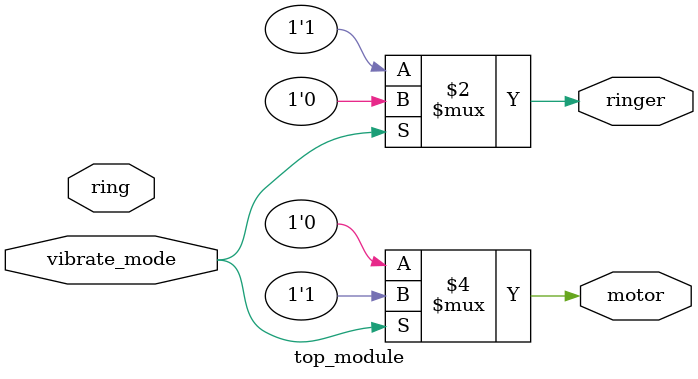
<source format=sv>
module top_module(
	input ring, 
	input vibrate_mode,
	output ringer,
	output motor
);

// Implementation of the cellphone's ringer and vibration motor control circuit
// The ringer and motor are mutually exclusive, based on the vibrate mode input

// Assign ringer and motor outputs based on input conditions
assign ringer = (vibrate_mode == 1'b1) ? 1'b0 : 1'b1;
assign motor = (vibrate_mode == 1'b1) ? 1'b1 : 1'b0;

endmodule

</source>
